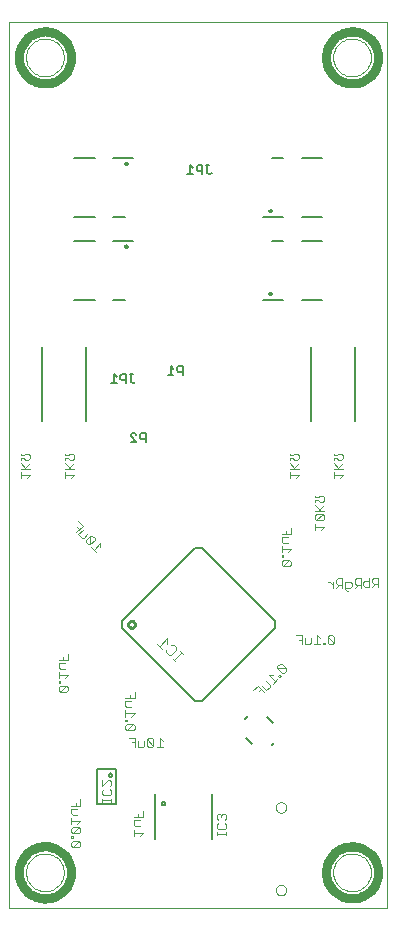
<source format=gbo>
G75*
G70*
%OFA0B0*%
%FSLAX24Y24*%
%IPPOS*%
%LPD*%
%AMOC8*
5,1,8,0,0,1.08239X$1,22.5*
%
%ADD10C,0.0000*%
%ADD11C,0.0050*%
%ADD12C,0.0079*%
%ADD13C,0.0315*%
%ADD14C,0.0030*%
%ADD15C,0.0080*%
%ADD16C,0.0100*%
%ADD17C,0.0063*%
D10*
X000139Y000927D02*
X000139Y030454D01*
X012738Y030454D01*
X012738Y000927D01*
X000139Y000927D01*
X000690Y002108D02*
X000692Y002158D01*
X000698Y002208D01*
X000708Y002257D01*
X000722Y002305D01*
X000739Y002352D01*
X000760Y002397D01*
X000785Y002441D01*
X000813Y002482D01*
X000845Y002521D01*
X000879Y002558D01*
X000916Y002592D01*
X000956Y002622D01*
X000998Y002649D01*
X001042Y002673D01*
X001088Y002694D01*
X001135Y002710D01*
X001183Y002723D01*
X001233Y002732D01*
X001282Y002737D01*
X001333Y002738D01*
X001383Y002735D01*
X001432Y002728D01*
X001481Y002717D01*
X001529Y002702D01*
X001575Y002684D01*
X001620Y002662D01*
X001663Y002636D01*
X001704Y002607D01*
X001743Y002575D01*
X001779Y002540D01*
X001811Y002502D01*
X001841Y002462D01*
X001868Y002419D01*
X001891Y002375D01*
X001910Y002329D01*
X001926Y002281D01*
X001938Y002232D01*
X001946Y002183D01*
X001950Y002133D01*
X001950Y002083D01*
X001946Y002033D01*
X001938Y001984D01*
X001926Y001935D01*
X001910Y001887D01*
X001891Y001841D01*
X001868Y001797D01*
X001841Y001754D01*
X001811Y001714D01*
X001779Y001676D01*
X001743Y001641D01*
X001704Y001609D01*
X001663Y001580D01*
X001620Y001554D01*
X001575Y001532D01*
X001529Y001514D01*
X001481Y001499D01*
X001432Y001488D01*
X001383Y001481D01*
X001333Y001478D01*
X001282Y001479D01*
X001233Y001484D01*
X001183Y001493D01*
X001135Y001506D01*
X001088Y001522D01*
X001042Y001543D01*
X000998Y001567D01*
X000956Y001594D01*
X000916Y001624D01*
X000879Y001658D01*
X000845Y001695D01*
X000813Y001734D01*
X000785Y001775D01*
X000760Y001819D01*
X000739Y001864D01*
X000722Y001911D01*
X000708Y001959D01*
X000698Y002008D01*
X000692Y002058D01*
X000690Y002108D01*
X009017Y001517D02*
X009019Y001543D01*
X009025Y001569D01*
X009035Y001594D01*
X009048Y001617D01*
X009064Y001637D01*
X009084Y001655D01*
X009106Y001670D01*
X009129Y001682D01*
X009155Y001690D01*
X009181Y001694D01*
X009207Y001694D01*
X009233Y001690D01*
X009259Y001682D01*
X009283Y001670D01*
X009304Y001655D01*
X009324Y001637D01*
X009340Y001617D01*
X009353Y001594D01*
X009363Y001569D01*
X009369Y001543D01*
X009371Y001517D01*
X009369Y001491D01*
X009363Y001465D01*
X009353Y001440D01*
X009340Y001417D01*
X009324Y001397D01*
X009304Y001379D01*
X009282Y001364D01*
X009259Y001352D01*
X009233Y001344D01*
X009207Y001340D01*
X009181Y001340D01*
X009155Y001344D01*
X009129Y001352D01*
X009105Y001364D01*
X009084Y001379D01*
X009064Y001397D01*
X009048Y001417D01*
X009035Y001440D01*
X009025Y001465D01*
X009019Y001491D01*
X009017Y001517D01*
X009017Y004273D02*
X009019Y004299D01*
X009025Y004325D01*
X009035Y004350D01*
X009048Y004373D01*
X009064Y004393D01*
X009084Y004411D01*
X009106Y004426D01*
X009129Y004438D01*
X009155Y004446D01*
X009181Y004450D01*
X009207Y004450D01*
X009233Y004446D01*
X009259Y004438D01*
X009283Y004426D01*
X009304Y004411D01*
X009324Y004393D01*
X009340Y004373D01*
X009353Y004350D01*
X009363Y004325D01*
X009369Y004299D01*
X009371Y004273D01*
X009369Y004247D01*
X009363Y004221D01*
X009353Y004196D01*
X009340Y004173D01*
X009324Y004153D01*
X009304Y004135D01*
X009282Y004120D01*
X009259Y004108D01*
X009233Y004100D01*
X009207Y004096D01*
X009181Y004096D01*
X009155Y004100D01*
X009129Y004108D01*
X009105Y004120D01*
X009084Y004135D01*
X009064Y004153D01*
X009048Y004173D01*
X009035Y004196D01*
X009025Y004221D01*
X009019Y004247D01*
X009017Y004273D01*
X010927Y002108D02*
X010929Y002158D01*
X010935Y002208D01*
X010945Y002257D01*
X010959Y002305D01*
X010976Y002352D01*
X010997Y002397D01*
X011022Y002441D01*
X011050Y002482D01*
X011082Y002521D01*
X011116Y002558D01*
X011153Y002592D01*
X011193Y002622D01*
X011235Y002649D01*
X011279Y002673D01*
X011325Y002694D01*
X011372Y002710D01*
X011420Y002723D01*
X011470Y002732D01*
X011519Y002737D01*
X011570Y002738D01*
X011620Y002735D01*
X011669Y002728D01*
X011718Y002717D01*
X011766Y002702D01*
X011812Y002684D01*
X011857Y002662D01*
X011900Y002636D01*
X011941Y002607D01*
X011980Y002575D01*
X012016Y002540D01*
X012048Y002502D01*
X012078Y002462D01*
X012105Y002419D01*
X012128Y002375D01*
X012147Y002329D01*
X012163Y002281D01*
X012175Y002232D01*
X012183Y002183D01*
X012187Y002133D01*
X012187Y002083D01*
X012183Y002033D01*
X012175Y001984D01*
X012163Y001935D01*
X012147Y001887D01*
X012128Y001841D01*
X012105Y001797D01*
X012078Y001754D01*
X012048Y001714D01*
X012016Y001676D01*
X011980Y001641D01*
X011941Y001609D01*
X011900Y001580D01*
X011857Y001554D01*
X011812Y001532D01*
X011766Y001514D01*
X011718Y001499D01*
X011669Y001488D01*
X011620Y001481D01*
X011570Y001478D01*
X011519Y001479D01*
X011470Y001484D01*
X011420Y001493D01*
X011372Y001506D01*
X011325Y001522D01*
X011279Y001543D01*
X011235Y001567D01*
X011193Y001594D01*
X011153Y001624D01*
X011116Y001658D01*
X011082Y001695D01*
X011050Y001734D01*
X011022Y001775D01*
X010997Y001819D01*
X010976Y001864D01*
X010959Y001911D01*
X010945Y001959D01*
X010935Y002008D01*
X010929Y002058D01*
X010927Y002108D01*
X010927Y029273D02*
X010929Y029323D01*
X010935Y029373D01*
X010945Y029422D01*
X010959Y029470D01*
X010976Y029517D01*
X010997Y029562D01*
X011022Y029606D01*
X011050Y029647D01*
X011082Y029686D01*
X011116Y029723D01*
X011153Y029757D01*
X011193Y029787D01*
X011235Y029814D01*
X011279Y029838D01*
X011325Y029859D01*
X011372Y029875D01*
X011420Y029888D01*
X011470Y029897D01*
X011519Y029902D01*
X011570Y029903D01*
X011620Y029900D01*
X011669Y029893D01*
X011718Y029882D01*
X011766Y029867D01*
X011812Y029849D01*
X011857Y029827D01*
X011900Y029801D01*
X011941Y029772D01*
X011980Y029740D01*
X012016Y029705D01*
X012048Y029667D01*
X012078Y029627D01*
X012105Y029584D01*
X012128Y029540D01*
X012147Y029494D01*
X012163Y029446D01*
X012175Y029397D01*
X012183Y029348D01*
X012187Y029298D01*
X012187Y029248D01*
X012183Y029198D01*
X012175Y029149D01*
X012163Y029100D01*
X012147Y029052D01*
X012128Y029006D01*
X012105Y028962D01*
X012078Y028919D01*
X012048Y028879D01*
X012016Y028841D01*
X011980Y028806D01*
X011941Y028774D01*
X011900Y028745D01*
X011857Y028719D01*
X011812Y028697D01*
X011766Y028679D01*
X011718Y028664D01*
X011669Y028653D01*
X011620Y028646D01*
X011570Y028643D01*
X011519Y028644D01*
X011470Y028649D01*
X011420Y028658D01*
X011372Y028671D01*
X011325Y028687D01*
X011279Y028708D01*
X011235Y028732D01*
X011193Y028759D01*
X011153Y028789D01*
X011116Y028823D01*
X011082Y028860D01*
X011050Y028899D01*
X011022Y028940D01*
X010997Y028984D01*
X010976Y029029D01*
X010959Y029076D01*
X010945Y029124D01*
X010935Y029173D01*
X010929Y029223D01*
X010927Y029273D01*
X000690Y029273D02*
X000692Y029323D01*
X000698Y029373D01*
X000708Y029422D01*
X000722Y029470D01*
X000739Y029517D01*
X000760Y029562D01*
X000785Y029606D01*
X000813Y029647D01*
X000845Y029686D01*
X000879Y029723D01*
X000916Y029757D01*
X000956Y029787D01*
X000998Y029814D01*
X001042Y029838D01*
X001088Y029859D01*
X001135Y029875D01*
X001183Y029888D01*
X001233Y029897D01*
X001282Y029902D01*
X001333Y029903D01*
X001383Y029900D01*
X001432Y029893D01*
X001481Y029882D01*
X001529Y029867D01*
X001575Y029849D01*
X001620Y029827D01*
X001663Y029801D01*
X001704Y029772D01*
X001743Y029740D01*
X001779Y029705D01*
X001811Y029667D01*
X001841Y029627D01*
X001868Y029584D01*
X001891Y029540D01*
X001910Y029494D01*
X001926Y029446D01*
X001938Y029397D01*
X001946Y029348D01*
X001950Y029298D01*
X001950Y029248D01*
X001946Y029198D01*
X001938Y029149D01*
X001926Y029100D01*
X001910Y029052D01*
X001891Y029006D01*
X001868Y028962D01*
X001841Y028919D01*
X001811Y028879D01*
X001779Y028841D01*
X001743Y028806D01*
X001704Y028774D01*
X001663Y028745D01*
X001620Y028719D01*
X001575Y028697D01*
X001529Y028679D01*
X001481Y028664D01*
X001432Y028653D01*
X001383Y028646D01*
X001333Y028643D01*
X001282Y028644D01*
X001233Y028649D01*
X001183Y028658D01*
X001135Y028671D01*
X001088Y028687D01*
X001042Y028708D01*
X000998Y028732D01*
X000956Y028759D01*
X000916Y028789D01*
X000879Y028823D01*
X000845Y028860D01*
X000813Y028899D01*
X000785Y028940D01*
X000760Y028984D01*
X000739Y029029D01*
X000722Y029076D01*
X000708Y029124D01*
X000698Y029173D01*
X000692Y029223D01*
X000690Y029273D01*
D11*
X003625Y018707D02*
X003625Y018422D01*
X003720Y018422D02*
X003530Y018422D01*
X003720Y018612D02*
X003625Y018707D01*
X003838Y018660D02*
X003838Y018565D01*
X003886Y018517D01*
X004028Y018517D01*
X004028Y018422D02*
X004028Y018707D01*
X003886Y018707D01*
X003838Y018660D01*
X004146Y018707D02*
X004241Y018707D01*
X004194Y018707D02*
X004194Y018470D01*
X004241Y018422D01*
X004289Y018422D01*
X004336Y018470D01*
X004319Y016739D02*
X004224Y016739D01*
X004176Y016691D01*
X004176Y016644D01*
X004366Y016454D01*
X004176Y016454D01*
X004366Y016691D02*
X004319Y016739D01*
X004485Y016691D02*
X004485Y016596D01*
X004532Y016549D01*
X004674Y016549D01*
X004674Y016454D02*
X004674Y016739D01*
X004532Y016739D01*
X004485Y016691D01*
X005417Y018698D02*
X005606Y018698D01*
X005512Y018698D02*
X005512Y018983D01*
X005606Y018888D01*
X005725Y018935D02*
X005772Y018983D01*
X005915Y018983D01*
X005915Y018698D01*
X005915Y018793D02*
X005772Y018793D01*
X005725Y018840D01*
X005725Y018935D01*
X006070Y025391D02*
X006260Y025391D01*
X006165Y025391D02*
X006165Y025676D01*
X006260Y025581D01*
X006378Y025628D02*
X006425Y025676D01*
X006568Y025676D01*
X006568Y025391D01*
X006568Y025486D02*
X006425Y025486D01*
X006378Y025533D01*
X006378Y025628D01*
X006686Y025676D02*
X006781Y025676D01*
X006733Y025676D02*
X006733Y025438D01*
X006781Y025391D01*
X006828Y025391D01*
X006876Y025438D01*
D12*
X008604Y023958D02*
X009273Y023958D01*
X009273Y023171D02*
X008880Y023171D01*
X008801Y024155D02*
X008803Y024167D01*
X008808Y024178D01*
X008817Y024187D01*
X008828Y024192D01*
X008840Y024194D01*
X008852Y024192D01*
X008863Y024187D01*
X008872Y024178D01*
X008877Y024167D01*
X008879Y024155D01*
X008877Y024143D01*
X008872Y024132D01*
X008863Y024123D01*
X008852Y024118D01*
X008840Y024116D01*
X008828Y024118D01*
X008817Y024123D01*
X008808Y024132D01*
X008803Y024143D01*
X008801Y024155D01*
X008880Y025927D02*
X009273Y025927D01*
X009903Y025927D02*
X010572Y025927D01*
X010572Y023958D02*
X009903Y023958D01*
X009903Y023171D02*
X010572Y023171D01*
X010572Y021202D02*
X009903Y021202D01*
X009273Y021202D02*
X008604Y021202D01*
X008801Y021399D02*
X008803Y021411D01*
X008808Y021422D01*
X008817Y021431D01*
X008828Y021436D01*
X008840Y021438D01*
X008852Y021436D01*
X008863Y021431D01*
X008872Y021422D01*
X008877Y021411D01*
X008879Y021399D01*
X008877Y021387D01*
X008872Y021376D01*
X008863Y021367D01*
X008852Y021362D01*
X008840Y021360D01*
X008828Y021362D01*
X008817Y021367D01*
X008808Y021376D01*
X008803Y021387D01*
X008801Y021399D01*
X010179Y019628D02*
X010179Y017167D01*
X011655Y017167D02*
X011655Y019628D01*
X006891Y004726D02*
X006891Y003230D01*
X005221Y004411D02*
X005223Y004425D01*
X005229Y004439D01*
X005237Y004451D01*
X005249Y004459D01*
X005263Y004465D01*
X005277Y004467D01*
X005291Y004465D01*
X005305Y004459D01*
X005317Y004451D01*
X005325Y004439D01*
X005331Y004425D01*
X005333Y004411D01*
X005331Y004397D01*
X005325Y004383D01*
X005317Y004371D01*
X005305Y004363D01*
X005291Y004357D01*
X005277Y004355D01*
X005263Y004357D01*
X005249Y004363D01*
X005237Y004371D01*
X005229Y004383D01*
X005223Y004397D01*
X005221Y004411D01*
X005002Y004726D02*
X005002Y003230D01*
X003702Y004372D02*
X003072Y004372D01*
X003072Y005553D01*
X003702Y005553D01*
X003702Y004372D01*
X003450Y005356D02*
X003452Y005370D01*
X003458Y005384D01*
X003466Y005396D01*
X003478Y005404D01*
X003492Y005410D01*
X003506Y005412D01*
X003520Y005410D01*
X003534Y005404D01*
X003546Y005396D01*
X003554Y005384D01*
X003560Y005370D01*
X003562Y005356D01*
X003560Y005342D01*
X003554Y005328D01*
X003546Y005316D01*
X003534Y005308D01*
X003520Y005302D01*
X003506Y005300D01*
X003492Y005302D01*
X003478Y005308D01*
X003466Y005316D01*
X003458Y005328D01*
X003452Y005342D01*
X003450Y005356D01*
X002698Y017167D02*
X002698Y019628D01*
X002974Y021202D02*
X002305Y021202D01*
X002305Y023171D02*
X002974Y023171D01*
X002974Y023958D02*
X002305Y023958D01*
X002305Y025927D02*
X002974Y025927D01*
X003604Y025927D02*
X004273Y025927D01*
X003998Y025730D02*
X004000Y025742D01*
X004005Y025753D01*
X004014Y025762D01*
X004025Y025767D01*
X004037Y025769D01*
X004049Y025767D01*
X004060Y025762D01*
X004069Y025753D01*
X004074Y025742D01*
X004076Y025730D01*
X004074Y025718D01*
X004069Y025707D01*
X004060Y025698D01*
X004049Y025693D01*
X004037Y025691D01*
X004025Y025693D01*
X004014Y025698D01*
X004005Y025707D01*
X004000Y025718D01*
X003998Y025730D01*
X003998Y023958D02*
X003604Y023958D01*
X003604Y023171D02*
X004273Y023171D01*
X003998Y022974D02*
X004000Y022986D01*
X004005Y022997D01*
X004014Y023006D01*
X004025Y023011D01*
X004037Y023013D01*
X004049Y023011D01*
X004060Y023006D01*
X004069Y022997D01*
X004074Y022986D01*
X004076Y022974D01*
X004074Y022962D01*
X004069Y022951D01*
X004060Y022942D01*
X004049Y022937D01*
X004037Y022935D01*
X004025Y022937D01*
X004014Y022942D01*
X004005Y022951D01*
X004000Y022962D01*
X003998Y022974D01*
X003998Y021202D02*
X003604Y021202D01*
X001222Y019628D02*
X001222Y017167D01*
D13*
X000453Y029273D02*
X000455Y029332D01*
X000461Y029390D01*
X000471Y029448D01*
X000484Y029504D01*
X000502Y029560D01*
X000523Y029615D01*
X000548Y029668D01*
X000577Y029719D01*
X000608Y029768D01*
X000643Y029815D01*
X000682Y029860D01*
X000723Y029901D01*
X000766Y029940D01*
X000813Y029976D01*
X000861Y030009D01*
X000912Y030038D01*
X000965Y030064D01*
X001019Y030086D01*
X001074Y030105D01*
X001131Y030119D01*
X001189Y030130D01*
X001247Y030137D01*
X001305Y030140D01*
X001364Y030139D01*
X001422Y030134D01*
X001480Y030125D01*
X001537Y030112D01*
X001593Y030096D01*
X001648Y030075D01*
X001702Y030051D01*
X001753Y030024D01*
X001803Y029993D01*
X001851Y029959D01*
X001896Y029921D01*
X001938Y029881D01*
X001978Y029838D01*
X002014Y029792D01*
X002048Y029744D01*
X002078Y029694D01*
X002105Y029642D01*
X002128Y029588D01*
X002147Y029533D01*
X002163Y029476D01*
X002175Y029419D01*
X002183Y029361D01*
X002187Y029302D01*
X002187Y029244D01*
X002183Y029185D01*
X002175Y029127D01*
X002163Y029070D01*
X002147Y029013D01*
X002128Y028958D01*
X002105Y028904D01*
X002078Y028852D01*
X002048Y028802D01*
X002014Y028754D01*
X001978Y028708D01*
X001938Y028665D01*
X001896Y028625D01*
X001851Y028587D01*
X001803Y028553D01*
X001754Y028522D01*
X001702Y028495D01*
X001648Y028471D01*
X001593Y028450D01*
X001537Y028434D01*
X001480Y028421D01*
X001422Y028412D01*
X001364Y028407D01*
X001305Y028406D01*
X001247Y028409D01*
X001189Y028416D01*
X001131Y028427D01*
X001074Y028441D01*
X001019Y028460D01*
X000965Y028482D01*
X000912Y028508D01*
X000861Y028537D01*
X000813Y028570D01*
X000766Y028606D01*
X000723Y028645D01*
X000682Y028686D01*
X000643Y028731D01*
X000608Y028778D01*
X000577Y028827D01*
X000548Y028878D01*
X000523Y028931D01*
X000502Y028986D01*
X000484Y029042D01*
X000471Y029098D01*
X000461Y029156D01*
X000455Y029214D01*
X000453Y029273D01*
X010690Y029273D02*
X010692Y029332D01*
X010698Y029390D01*
X010708Y029448D01*
X010721Y029504D01*
X010739Y029560D01*
X010760Y029615D01*
X010785Y029668D01*
X010814Y029719D01*
X010845Y029768D01*
X010880Y029815D01*
X010919Y029860D01*
X010960Y029901D01*
X011003Y029940D01*
X011050Y029976D01*
X011098Y030009D01*
X011149Y030038D01*
X011202Y030064D01*
X011256Y030086D01*
X011311Y030105D01*
X011368Y030119D01*
X011426Y030130D01*
X011484Y030137D01*
X011542Y030140D01*
X011601Y030139D01*
X011659Y030134D01*
X011717Y030125D01*
X011774Y030112D01*
X011830Y030096D01*
X011885Y030075D01*
X011939Y030051D01*
X011990Y030024D01*
X012040Y029993D01*
X012088Y029959D01*
X012133Y029921D01*
X012175Y029881D01*
X012215Y029838D01*
X012251Y029792D01*
X012285Y029744D01*
X012315Y029694D01*
X012342Y029642D01*
X012365Y029588D01*
X012384Y029533D01*
X012400Y029476D01*
X012412Y029419D01*
X012420Y029361D01*
X012424Y029302D01*
X012424Y029244D01*
X012420Y029185D01*
X012412Y029127D01*
X012400Y029070D01*
X012384Y029013D01*
X012365Y028958D01*
X012342Y028904D01*
X012315Y028852D01*
X012285Y028802D01*
X012251Y028754D01*
X012215Y028708D01*
X012175Y028665D01*
X012133Y028625D01*
X012088Y028587D01*
X012040Y028553D01*
X011991Y028522D01*
X011939Y028495D01*
X011885Y028471D01*
X011830Y028450D01*
X011774Y028434D01*
X011717Y028421D01*
X011659Y028412D01*
X011601Y028407D01*
X011542Y028406D01*
X011484Y028409D01*
X011426Y028416D01*
X011368Y028427D01*
X011311Y028441D01*
X011256Y028460D01*
X011202Y028482D01*
X011149Y028508D01*
X011098Y028537D01*
X011050Y028570D01*
X011003Y028606D01*
X010960Y028645D01*
X010919Y028686D01*
X010880Y028731D01*
X010845Y028778D01*
X010814Y028827D01*
X010785Y028878D01*
X010760Y028931D01*
X010739Y028986D01*
X010721Y029042D01*
X010708Y029098D01*
X010698Y029156D01*
X010692Y029214D01*
X010690Y029273D01*
X010691Y002108D02*
X010693Y002166D01*
X010699Y002225D01*
X010709Y002282D01*
X010722Y002339D01*
X010740Y002395D01*
X010761Y002450D01*
X010786Y002502D01*
X010814Y002554D01*
X010846Y002603D01*
X010881Y002650D01*
X010919Y002694D01*
X010960Y002736D01*
X011004Y002775D01*
X011050Y002810D01*
X011099Y002843D01*
X011150Y002872D01*
X011202Y002898D01*
X011256Y002920D01*
X011312Y002939D01*
X011368Y002953D01*
X011426Y002964D01*
X011484Y002971D01*
X011542Y002974D01*
X011601Y002973D01*
X011659Y002968D01*
X011717Y002959D01*
X011774Y002946D01*
X011830Y002930D01*
X011885Y002909D01*
X011938Y002885D01*
X011990Y002858D01*
X012040Y002827D01*
X012087Y002793D01*
X012132Y002755D01*
X012175Y002715D01*
X012214Y002672D01*
X012251Y002626D01*
X012284Y002578D01*
X012314Y002528D01*
X012341Y002476D01*
X012364Y002422D01*
X012383Y002367D01*
X012399Y002311D01*
X012411Y002254D01*
X012419Y002196D01*
X012423Y002137D01*
X012423Y002079D01*
X012419Y002020D01*
X012411Y001962D01*
X012399Y001905D01*
X012383Y001849D01*
X012364Y001794D01*
X012341Y001740D01*
X012314Y001688D01*
X012284Y001638D01*
X012251Y001590D01*
X012214Y001544D01*
X012175Y001501D01*
X012132Y001461D01*
X012087Y001423D01*
X012040Y001389D01*
X011990Y001358D01*
X011938Y001331D01*
X011885Y001307D01*
X011830Y001286D01*
X011774Y001270D01*
X011717Y001257D01*
X011659Y001248D01*
X011601Y001243D01*
X011542Y001242D01*
X011484Y001245D01*
X011426Y001252D01*
X011368Y001263D01*
X011312Y001277D01*
X011256Y001296D01*
X011202Y001318D01*
X011150Y001344D01*
X011099Y001373D01*
X011050Y001406D01*
X011004Y001441D01*
X010960Y001480D01*
X010919Y001522D01*
X010881Y001566D01*
X010846Y001613D01*
X010814Y001662D01*
X010786Y001714D01*
X010761Y001766D01*
X010740Y001821D01*
X010722Y001877D01*
X010709Y001934D01*
X010699Y001991D01*
X010693Y002050D01*
X010691Y002108D01*
X000450Y002108D02*
X000452Y002167D01*
X000458Y002225D01*
X000468Y002283D01*
X000482Y002340D01*
X000499Y002396D01*
X000521Y002451D01*
X000545Y002504D01*
X000574Y002556D01*
X000606Y002605D01*
X000641Y002652D01*
X000679Y002697D01*
X000721Y002739D01*
X000765Y002778D01*
X000811Y002814D01*
X000860Y002846D01*
X000911Y002876D01*
X000963Y002902D01*
X001018Y002924D01*
X001074Y002942D01*
X001131Y002957D01*
X001188Y002968D01*
X001247Y002975D01*
X001305Y002978D01*
X001364Y002977D01*
X001423Y002972D01*
X001481Y002963D01*
X001538Y002950D01*
X001594Y002934D01*
X001650Y002913D01*
X001703Y002889D01*
X001755Y002861D01*
X001805Y002830D01*
X001853Y002796D01*
X001898Y002758D01*
X001940Y002718D01*
X001980Y002675D01*
X002017Y002629D01*
X002050Y002581D01*
X002081Y002530D01*
X002107Y002478D01*
X002131Y002424D01*
X002150Y002368D01*
X002166Y002312D01*
X002178Y002254D01*
X002186Y002196D01*
X002190Y002137D01*
X002190Y002079D01*
X002186Y002020D01*
X002178Y001962D01*
X002166Y001904D01*
X002150Y001848D01*
X002131Y001792D01*
X002107Y001738D01*
X002081Y001686D01*
X002050Y001635D01*
X002017Y001587D01*
X001980Y001541D01*
X001940Y001498D01*
X001898Y001458D01*
X001853Y001420D01*
X001805Y001386D01*
X001755Y001355D01*
X001703Y001327D01*
X001650Y001303D01*
X001594Y001282D01*
X001538Y001266D01*
X001481Y001253D01*
X001423Y001244D01*
X001364Y001239D01*
X001305Y001238D01*
X001247Y001241D01*
X001188Y001248D01*
X001131Y001259D01*
X001074Y001274D01*
X001018Y001292D01*
X000963Y001314D01*
X000911Y001340D01*
X000860Y001370D01*
X000811Y001402D01*
X000765Y001438D01*
X000721Y001477D01*
X000679Y001519D01*
X000641Y001564D01*
X000606Y001611D01*
X000574Y001660D01*
X000545Y001712D01*
X000521Y001765D01*
X000499Y001820D01*
X000482Y001876D01*
X000468Y001933D01*
X000458Y001991D01*
X000452Y002049D01*
X000450Y002108D01*
D14*
X002192Y003000D02*
X002243Y002949D01*
X002446Y003152D01*
X002243Y003152D01*
X002192Y003101D01*
X002192Y003000D01*
X002243Y002949D02*
X002446Y002949D01*
X002497Y003000D01*
X002497Y003101D01*
X002446Y003152D01*
X002243Y003257D02*
X002243Y003308D01*
X002192Y003308D01*
X002192Y003257D01*
X002243Y003257D01*
X002243Y003411D02*
X002446Y003614D01*
X002243Y003614D01*
X002192Y003563D01*
X002192Y003462D01*
X002243Y003411D01*
X002446Y003411D01*
X002497Y003462D01*
X002497Y003563D01*
X002446Y003614D01*
X002395Y003719D02*
X002497Y003821D01*
X002192Y003821D01*
X002192Y003922D02*
X002192Y003719D01*
X002243Y004027D02*
X002192Y004078D01*
X002192Y004230D01*
X002395Y004230D01*
X002344Y004335D02*
X002344Y004437D01*
X002192Y004335D02*
X002497Y004335D01*
X002497Y004539D01*
X002395Y004027D02*
X002243Y004027D01*
X003235Y004468D02*
X003235Y004570D01*
X003235Y004519D02*
X003540Y004519D01*
X003540Y004468D02*
X003540Y004570D01*
X003489Y004673D02*
X003286Y004673D01*
X003235Y004724D01*
X003235Y004826D01*
X003286Y004877D01*
X003235Y004981D02*
X003438Y005185D01*
X003489Y005185D01*
X003540Y005134D01*
X003540Y005032D01*
X003489Y004981D01*
X003489Y004877D02*
X003540Y004826D01*
X003540Y004724D01*
X003489Y004673D01*
X003235Y004981D02*
X003235Y005185D01*
X004054Y006843D02*
X004257Y007046D01*
X004054Y007046D01*
X004003Y006995D01*
X004003Y006894D01*
X004054Y006843D01*
X004257Y006843D01*
X004308Y006894D01*
X004308Y006995D01*
X004257Y007046D01*
X004206Y007305D02*
X004308Y007407D01*
X004003Y007407D01*
X004003Y007508D02*
X004003Y007305D01*
X004003Y007202D02*
X004003Y007151D01*
X004054Y007151D01*
X004054Y007202D01*
X004003Y007202D01*
X004054Y007613D02*
X004003Y007664D01*
X004003Y007817D01*
X004206Y007817D01*
X004155Y007921D02*
X004155Y008023D01*
X004003Y007921D02*
X004308Y007921D01*
X004308Y008125D01*
X004206Y007613D02*
X004054Y007613D01*
X004121Y006591D02*
X004324Y006591D01*
X004324Y006286D01*
X004429Y006286D02*
X004429Y006490D01*
X004324Y006439D02*
X004222Y006439D01*
X004429Y006286D02*
X004581Y006286D01*
X004632Y006337D01*
X004632Y006490D01*
X004737Y006540D02*
X004737Y006337D01*
X004788Y006286D01*
X004890Y006286D01*
X004940Y006337D01*
X004737Y006540D01*
X004788Y006591D01*
X004890Y006591D01*
X004940Y006540D01*
X004940Y006337D01*
X005045Y006286D02*
X005249Y006286D01*
X005147Y006286D02*
X005147Y006591D01*
X005249Y006490D01*
X004583Y004153D02*
X004583Y003950D01*
X004278Y003950D01*
X004278Y003845D02*
X004482Y003845D01*
X004431Y003950D02*
X004431Y004052D01*
X004278Y003845D02*
X004278Y003693D01*
X004329Y003642D01*
X004482Y003642D01*
X004278Y003537D02*
X004278Y003334D01*
X004278Y003436D02*
X004583Y003436D01*
X004482Y003334D01*
X002032Y008122D02*
X002083Y008173D01*
X002083Y008275D01*
X002032Y008326D01*
X001829Y008122D01*
X001778Y008173D01*
X001778Y008275D01*
X001829Y008326D01*
X002032Y008326D01*
X002032Y008122D02*
X001829Y008122D01*
X001829Y008431D02*
X001778Y008431D01*
X001778Y008481D01*
X001829Y008481D01*
X001829Y008431D01*
X001778Y008585D02*
X001778Y008788D01*
X001778Y008686D02*
X002083Y008686D01*
X001982Y008585D01*
X001982Y008893D02*
X001829Y008893D01*
X001778Y008944D01*
X001778Y009096D01*
X001982Y009096D01*
X001931Y009201D02*
X001931Y009303D01*
X001778Y009201D02*
X002083Y009201D01*
X002083Y009404D01*
X003016Y012795D02*
X002872Y012939D01*
X002944Y012867D02*
X003160Y013083D01*
X003160Y012939D01*
X002978Y013193D02*
X002978Y013265D01*
X002906Y013337D01*
X002834Y013337D01*
X002834Y013049D01*
X002762Y013049D01*
X002690Y013121D01*
X002690Y013193D01*
X002834Y013337D01*
X002724Y013375D02*
X002616Y013267D01*
X002544Y013267D01*
X002436Y013375D01*
X002580Y013519D01*
X002470Y013557D02*
X002398Y013629D01*
X002434Y013808D02*
X002578Y013665D01*
X002362Y013449D01*
X002834Y013049D02*
X002978Y013193D01*
X002198Y015243D02*
X002300Y015345D01*
X001995Y015345D01*
X001995Y015243D02*
X001995Y015447D01*
X001995Y015551D02*
X002300Y015551D01*
X002147Y015602D02*
X001995Y015755D01*
X001995Y015860D02*
X001995Y015910D01*
X002097Y015910D01*
X002147Y015860D01*
X002249Y015860D01*
X002300Y015910D01*
X002300Y016012D01*
X002249Y016063D01*
X002147Y016063D01*
X002097Y016012D01*
X001995Y016012D01*
X001995Y016063D01*
X002300Y015755D02*
X002097Y015551D01*
X000823Y015551D02*
X000519Y015551D01*
X000620Y015551D02*
X000823Y015755D01*
X000773Y015860D02*
X000823Y015910D01*
X000823Y016012D01*
X000773Y016063D01*
X000671Y016063D01*
X000620Y016012D01*
X000519Y016012D01*
X000519Y016063D01*
X000519Y015910D02*
X000620Y015910D01*
X000671Y015860D01*
X000773Y015860D01*
X000519Y015755D02*
X000671Y015602D01*
X000519Y015447D02*
X000519Y015243D01*
X000519Y015345D02*
X000823Y015345D01*
X000722Y015243D01*
X000519Y015860D02*
X000519Y015910D01*
X005064Y009738D02*
X005235Y009567D01*
X005150Y009653D02*
X005407Y009910D01*
X005407Y009738D01*
X005535Y009697D02*
X005620Y009697D01*
X005706Y009611D01*
X005706Y009525D01*
X005535Y009353D01*
X005449Y009353D01*
X005363Y009439D01*
X005363Y009525D01*
X005577Y009225D02*
X005663Y009140D01*
X005620Y009182D02*
X005877Y009440D01*
X005920Y009397D02*
X005834Y009483D01*
X007105Y004063D02*
X007054Y004012D01*
X007054Y003910D01*
X007105Y003859D01*
X007105Y003755D02*
X007054Y003704D01*
X007054Y003602D01*
X007105Y003551D01*
X007308Y003551D01*
X007359Y003602D01*
X007359Y003704D01*
X007308Y003755D01*
X007308Y003859D02*
X007359Y003910D01*
X007359Y004012D01*
X007308Y004063D01*
X007257Y004063D01*
X007206Y004012D01*
X007156Y004063D01*
X007105Y004063D01*
X007206Y004012D02*
X007206Y003961D01*
X007054Y003448D02*
X007054Y003346D01*
X007054Y003397D02*
X007359Y003397D01*
X007359Y003346D02*
X007359Y003448D01*
X008270Y008183D02*
X008414Y008326D01*
X008629Y008111D01*
X008704Y008185D02*
X008560Y008329D01*
X008522Y008219D02*
X008450Y008147D01*
X008704Y008185D02*
X008811Y008293D01*
X008811Y008365D01*
X008704Y008472D01*
X008778Y008690D02*
X008993Y008475D01*
X009065Y008547D02*
X008922Y008403D01*
X008922Y008690D02*
X008778Y008690D01*
X009102Y008656D02*
X009138Y008620D01*
X009174Y008656D01*
X009138Y008692D01*
X009102Y008656D01*
X009212Y008766D02*
X009069Y008909D01*
X009356Y008909D01*
X009356Y008838D01*
X009284Y008766D01*
X009212Y008766D01*
X009069Y008909D02*
X009069Y008981D01*
X009141Y009053D01*
X009212Y009053D01*
X009356Y008909D01*
X009775Y009864D02*
X009877Y009864D01*
X009982Y009915D02*
X009982Y009711D01*
X010134Y009711D01*
X010185Y009762D01*
X010185Y009915D01*
X010290Y009711D02*
X010493Y009711D01*
X010392Y009711D02*
X010392Y010016D01*
X010493Y009915D01*
X010597Y009762D02*
X010597Y009711D01*
X010647Y009711D01*
X010647Y009762D01*
X010597Y009762D01*
X010752Y009762D02*
X010752Y009966D01*
X010955Y009762D01*
X010905Y009711D01*
X010803Y009711D01*
X010752Y009762D01*
X010752Y009966D02*
X010803Y010016D01*
X010905Y010016D01*
X010955Y009966D01*
X010955Y009762D01*
X011389Y011500D02*
X011338Y011550D01*
X011338Y011804D01*
X011491Y011804D01*
X011542Y011754D01*
X011542Y011652D01*
X011491Y011601D01*
X011338Y011601D01*
X011234Y011601D02*
X011234Y011906D01*
X011081Y011906D01*
X011030Y011855D01*
X011030Y011754D01*
X011081Y011703D01*
X011234Y011703D01*
X011132Y011703D02*
X011030Y011601D01*
X010925Y011601D02*
X010925Y011804D01*
X010925Y011703D02*
X010824Y011804D01*
X010773Y011804D01*
X011389Y011500D02*
X011440Y011500D01*
X011647Y011601D02*
X011748Y011703D01*
X011697Y011703D02*
X011850Y011703D01*
X011929Y011672D02*
X011929Y011773D01*
X011980Y011824D01*
X012132Y011824D01*
X012132Y011926D02*
X012132Y011621D01*
X011980Y011621D01*
X011929Y011672D01*
X011850Y011601D02*
X011850Y011906D01*
X011697Y011906D01*
X011647Y011855D01*
X011647Y011754D01*
X011697Y011703D01*
X012237Y011773D02*
X012288Y011723D01*
X012440Y011723D01*
X012339Y011723D02*
X012237Y011621D01*
X012237Y011773D02*
X012237Y011875D01*
X012288Y011926D01*
X012440Y011926D01*
X012440Y011621D01*
X011155Y015243D02*
X011257Y015345D01*
X010952Y015345D01*
X010952Y015243D02*
X010952Y015447D01*
X010952Y015551D02*
X011257Y015551D01*
X011104Y015602D02*
X010952Y015755D01*
X010952Y015860D02*
X010952Y015910D01*
X011053Y015910D01*
X011104Y015860D01*
X011206Y015860D01*
X011257Y015910D01*
X011257Y016012D01*
X011206Y016063D01*
X011104Y016063D01*
X011053Y016012D01*
X010952Y016012D01*
X010952Y016063D01*
X011257Y015755D02*
X011053Y015551D01*
X010576Y014662D02*
X010474Y014662D01*
X010423Y014611D01*
X010322Y014611D01*
X010322Y014662D01*
X010322Y014509D02*
X010423Y014509D01*
X010474Y014459D01*
X010576Y014459D01*
X010627Y014509D01*
X010627Y014611D01*
X010576Y014662D01*
X010627Y014354D02*
X010423Y014150D01*
X010474Y014201D02*
X010322Y014354D01*
X010322Y014459D02*
X010322Y014509D01*
X010322Y014150D02*
X010627Y014150D01*
X010576Y014046D02*
X010373Y013842D01*
X010322Y013893D01*
X010322Y013995D01*
X010373Y014046D01*
X010576Y014046D01*
X010627Y013995D01*
X010627Y013893D01*
X010576Y013842D01*
X010373Y013842D01*
X010322Y013737D02*
X010322Y013534D01*
X010322Y013636D02*
X010627Y013636D01*
X010525Y013534D01*
X009679Y015243D02*
X009780Y015345D01*
X009475Y015345D01*
X009475Y015243D02*
X009475Y015447D01*
X009475Y015551D02*
X009780Y015551D01*
X009628Y015602D02*
X009475Y015755D01*
X009475Y015860D02*
X009475Y015910D01*
X009577Y015910D01*
X009628Y015860D01*
X009729Y015860D01*
X009780Y015910D01*
X009780Y016012D01*
X009729Y016063D01*
X009628Y016063D01*
X009577Y016012D01*
X009475Y016012D01*
X009475Y016063D01*
X009780Y015755D02*
X009577Y015551D01*
X009524Y013597D02*
X009524Y013394D01*
X009219Y013394D01*
X009219Y013289D02*
X009423Y013289D01*
X009372Y013394D02*
X009372Y013496D01*
X009219Y013289D02*
X009219Y013137D01*
X009270Y013086D01*
X009423Y013086D01*
X009524Y012879D02*
X009219Y012879D01*
X009219Y012778D02*
X009219Y012981D01*
X009219Y012674D02*
X009219Y012624D01*
X009270Y012624D01*
X009270Y012674D01*
X009219Y012674D01*
X009270Y012519D02*
X009219Y012468D01*
X009219Y012366D01*
X009270Y012315D01*
X009473Y012519D01*
X009270Y012519D01*
X009270Y012315D02*
X009473Y012315D01*
X009524Y012366D01*
X009524Y012468D01*
X009473Y012519D01*
X009423Y012778D02*
X009524Y012879D01*
X009674Y010016D02*
X009877Y010016D01*
X009877Y009711D01*
D15*
X009000Y010264D02*
X009000Y010487D01*
X006550Y012937D01*
X006327Y012937D01*
X003877Y010487D01*
X003877Y010264D01*
X006327Y007814D01*
X006550Y007814D01*
X009000Y010264D01*
D16*
X004100Y010376D02*
X004102Y010396D01*
X004107Y010416D01*
X004117Y010434D01*
X004129Y010451D01*
X004144Y010465D01*
X004162Y010475D01*
X004181Y010483D01*
X004201Y010487D01*
X004221Y010487D01*
X004241Y010483D01*
X004260Y010475D01*
X004278Y010465D01*
X004293Y010451D01*
X004305Y010434D01*
X004315Y010416D01*
X004320Y010396D01*
X004322Y010376D01*
X004320Y010356D01*
X004315Y010336D01*
X004305Y010318D01*
X004293Y010301D01*
X004278Y010287D01*
X004260Y010277D01*
X004241Y010269D01*
X004221Y010265D01*
X004201Y010265D01*
X004181Y010269D01*
X004162Y010277D01*
X004144Y010287D01*
X004129Y010301D01*
X004117Y010318D01*
X004107Y010336D01*
X004102Y010356D01*
X004100Y010376D01*
D17*
X007999Y007236D02*
X008082Y007319D01*
X008040Y006582D02*
X008235Y006387D01*
X008931Y007083D02*
X008736Y007278D01*
X008973Y006429D02*
X008889Y006345D01*
M02*

</source>
